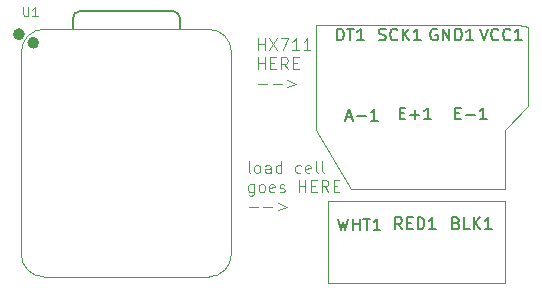
<source format=gbr>
%TF.GenerationSoftware,KiCad,Pcbnew,9.0.2*%
%TF.CreationDate,2025-08-06T07:46:06+01:00*%
%TF.ProjectId,smartpoopbucket,736d6172-7470-46f6-9f70-6275636b6574,rev?*%
%TF.SameCoordinates,Original*%
%TF.FileFunction,Legend,Top*%
%TF.FilePolarity,Positive*%
%FSLAX46Y46*%
G04 Gerber Fmt 4.6, Leading zero omitted, Abs format (unit mm)*
G04 Created by KiCad (PCBNEW 9.0.2) date 2025-08-06 07:46:06*
%MOMM*%
%LPD*%
G01*
G04 APERTURE LIST*
%ADD10C,0.100000*%
%ADD11C,0.150000*%
%ADD12C,0.106680*%
%ADD13C,0.504000*%
%ADD14C,0.127000*%
G04 APERTURE END LIST*
D10*
X55446741Y-34652531D02*
X55351503Y-34604912D01*
X55351503Y-34604912D02*
X55303884Y-34509673D01*
X55303884Y-34509673D02*
X55303884Y-33652531D01*
X55970551Y-34652531D02*
X55875313Y-34604912D01*
X55875313Y-34604912D02*
X55827694Y-34557292D01*
X55827694Y-34557292D02*
X55780075Y-34462054D01*
X55780075Y-34462054D02*
X55780075Y-34176340D01*
X55780075Y-34176340D02*
X55827694Y-34081102D01*
X55827694Y-34081102D02*
X55875313Y-34033483D01*
X55875313Y-34033483D02*
X55970551Y-33985864D01*
X55970551Y-33985864D02*
X56113408Y-33985864D01*
X56113408Y-33985864D02*
X56208646Y-34033483D01*
X56208646Y-34033483D02*
X56256265Y-34081102D01*
X56256265Y-34081102D02*
X56303884Y-34176340D01*
X56303884Y-34176340D02*
X56303884Y-34462054D01*
X56303884Y-34462054D02*
X56256265Y-34557292D01*
X56256265Y-34557292D02*
X56208646Y-34604912D01*
X56208646Y-34604912D02*
X56113408Y-34652531D01*
X56113408Y-34652531D02*
X55970551Y-34652531D01*
X57161027Y-34652531D02*
X57161027Y-34128721D01*
X57161027Y-34128721D02*
X57113408Y-34033483D01*
X57113408Y-34033483D02*
X57018170Y-33985864D01*
X57018170Y-33985864D02*
X56827694Y-33985864D01*
X56827694Y-33985864D02*
X56732456Y-34033483D01*
X57161027Y-34604912D02*
X57065789Y-34652531D01*
X57065789Y-34652531D02*
X56827694Y-34652531D01*
X56827694Y-34652531D02*
X56732456Y-34604912D01*
X56732456Y-34604912D02*
X56684837Y-34509673D01*
X56684837Y-34509673D02*
X56684837Y-34414435D01*
X56684837Y-34414435D02*
X56732456Y-34319197D01*
X56732456Y-34319197D02*
X56827694Y-34271578D01*
X56827694Y-34271578D02*
X57065789Y-34271578D01*
X57065789Y-34271578D02*
X57161027Y-34223959D01*
X58065789Y-34652531D02*
X58065789Y-33652531D01*
X58065789Y-34604912D02*
X57970551Y-34652531D01*
X57970551Y-34652531D02*
X57780075Y-34652531D01*
X57780075Y-34652531D02*
X57684837Y-34604912D01*
X57684837Y-34604912D02*
X57637218Y-34557292D01*
X57637218Y-34557292D02*
X57589599Y-34462054D01*
X57589599Y-34462054D02*
X57589599Y-34176340D01*
X57589599Y-34176340D02*
X57637218Y-34081102D01*
X57637218Y-34081102D02*
X57684837Y-34033483D01*
X57684837Y-34033483D02*
X57780075Y-33985864D01*
X57780075Y-33985864D02*
X57970551Y-33985864D01*
X57970551Y-33985864D02*
X58065789Y-34033483D01*
X59732456Y-34604912D02*
X59637218Y-34652531D01*
X59637218Y-34652531D02*
X59446742Y-34652531D01*
X59446742Y-34652531D02*
X59351504Y-34604912D01*
X59351504Y-34604912D02*
X59303885Y-34557292D01*
X59303885Y-34557292D02*
X59256266Y-34462054D01*
X59256266Y-34462054D02*
X59256266Y-34176340D01*
X59256266Y-34176340D02*
X59303885Y-34081102D01*
X59303885Y-34081102D02*
X59351504Y-34033483D01*
X59351504Y-34033483D02*
X59446742Y-33985864D01*
X59446742Y-33985864D02*
X59637218Y-33985864D01*
X59637218Y-33985864D02*
X59732456Y-34033483D01*
X60541980Y-34604912D02*
X60446742Y-34652531D01*
X60446742Y-34652531D02*
X60256266Y-34652531D01*
X60256266Y-34652531D02*
X60161028Y-34604912D01*
X60161028Y-34604912D02*
X60113409Y-34509673D01*
X60113409Y-34509673D02*
X60113409Y-34128721D01*
X60113409Y-34128721D02*
X60161028Y-34033483D01*
X60161028Y-34033483D02*
X60256266Y-33985864D01*
X60256266Y-33985864D02*
X60446742Y-33985864D01*
X60446742Y-33985864D02*
X60541980Y-34033483D01*
X60541980Y-34033483D02*
X60589599Y-34128721D01*
X60589599Y-34128721D02*
X60589599Y-34223959D01*
X60589599Y-34223959D02*
X60113409Y-34319197D01*
X61161028Y-34652531D02*
X61065790Y-34604912D01*
X61065790Y-34604912D02*
X61018171Y-34509673D01*
X61018171Y-34509673D02*
X61018171Y-33652531D01*
X61684838Y-34652531D02*
X61589600Y-34604912D01*
X61589600Y-34604912D02*
X61541981Y-34509673D01*
X61541981Y-34509673D02*
X61541981Y-33652531D01*
X55732455Y-35595808D02*
X55732455Y-36405332D01*
X55732455Y-36405332D02*
X55684836Y-36500570D01*
X55684836Y-36500570D02*
X55637217Y-36548189D01*
X55637217Y-36548189D02*
X55541979Y-36595808D01*
X55541979Y-36595808D02*
X55399122Y-36595808D01*
X55399122Y-36595808D02*
X55303884Y-36548189D01*
X55732455Y-36214856D02*
X55637217Y-36262475D01*
X55637217Y-36262475D02*
X55446741Y-36262475D01*
X55446741Y-36262475D02*
X55351503Y-36214856D01*
X55351503Y-36214856D02*
X55303884Y-36167236D01*
X55303884Y-36167236D02*
X55256265Y-36071998D01*
X55256265Y-36071998D02*
X55256265Y-35786284D01*
X55256265Y-35786284D02*
X55303884Y-35691046D01*
X55303884Y-35691046D02*
X55351503Y-35643427D01*
X55351503Y-35643427D02*
X55446741Y-35595808D01*
X55446741Y-35595808D02*
X55637217Y-35595808D01*
X55637217Y-35595808D02*
X55732455Y-35643427D01*
X56351503Y-36262475D02*
X56256265Y-36214856D01*
X56256265Y-36214856D02*
X56208646Y-36167236D01*
X56208646Y-36167236D02*
X56161027Y-36071998D01*
X56161027Y-36071998D02*
X56161027Y-35786284D01*
X56161027Y-35786284D02*
X56208646Y-35691046D01*
X56208646Y-35691046D02*
X56256265Y-35643427D01*
X56256265Y-35643427D02*
X56351503Y-35595808D01*
X56351503Y-35595808D02*
X56494360Y-35595808D01*
X56494360Y-35595808D02*
X56589598Y-35643427D01*
X56589598Y-35643427D02*
X56637217Y-35691046D01*
X56637217Y-35691046D02*
X56684836Y-35786284D01*
X56684836Y-35786284D02*
X56684836Y-36071998D01*
X56684836Y-36071998D02*
X56637217Y-36167236D01*
X56637217Y-36167236D02*
X56589598Y-36214856D01*
X56589598Y-36214856D02*
X56494360Y-36262475D01*
X56494360Y-36262475D02*
X56351503Y-36262475D01*
X57494360Y-36214856D02*
X57399122Y-36262475D01*
X57399122Y-36262475D02*
X57208646Y-36262475D01*
X57208646Y-36262475D02*
X57113408Y-36214856D01*
X57113408Y-36214856D02*
X57065789Y-36119617D01*
X57065789Y-36119617D02*
X57065789Y-35738665D01*
X57065789Y-35738665D02*
X57113408Y-35643427D01*
X57113408Y-35643427D02*
X57208646Y-35595808D01*
X57208646Y-35595808D02*
X57399122Y-35595808D01*
X57399122Y-35595808D02*
X57494360Y-35643427D01*
X57494360Y-35643427D02*
X57541979Y-35738665D01*
X57541979Y-35738665D02*
X57541979Y-35833903D01*
X57541979Y-35833903D02*
X57065789Y-35929141D01*
X57922932Y-36214856D02*
X58018170Y-36262475D01*
X58018170Y-36262475D02*
X58208646Y-36262475D01*
X58208646Y-36262475D02*
X58303884Y-36214856D01*
X58303884Y-36214856D02*
X58351503Y-36119617D01*
X58351503Y-36119617D02*
X58351503Y-36071998D01*
X58351503Y-36071998D02*
X58303884Y-35976760D01*
X58303884Y-35976760D02*
X58208646Y-35929141D01*
X58208646Y-35929141D02*
X58065789Y-35929141D01*
X58065789Y-35929141D02*
X57970551Y-35881522D01*
X57970551Y-35881522D02*
X57922932Y-35786284D01*
X57922932Y-35786284D02*
X57922932Y-35738665D01*
X57922932Y-35738665D02*
X57970551Y-35643427D01*
X57970551Y-35643427D02*
X58065789Y-35595808D01*
X58065789Y-35595808D02*
X58208646Y-35595808D01*
X58208646Y-35595808D02*
X58303884Y-35643427D01*
X59541980Y-36262475D02*
X59541980Y-35262475D01*
X59541980Y-35738665D02*
X60113408Y-35738665D01*
X60113408Y-36262475D02*
X60113408Y-35262475D01*
X60589599Y-35738665D02*
X60922932Y-35738665D01*
X61065789Y-36262475D02*
X60589599Y-36262475D01*
X60589599Y-36262475D02*
X60589599Y-35262475D01*
X60589599Y-35262475D02*
X61065789Y-35262475D01*
X62065789Y-36262475D02*
X61732456Y-35786284D01*
X61494361Y-36262475D02*
X61494361Y-35262475D01*
X61494361Y-35262475D02*
X61875313Y-35262475D01*
X61875313Y-35262475D02*
X61970551Y-35310094D01*
X61970551Y-35310094D02*
X62018170Y-35357713D01*
X62018170Y-35357713D02*
X62065789Y-35452951D01*
X62065789Y-35452951D02*
X62065789Y-35595808D01*
X62065789Y-35595808D02*
X62018170Y-35691046D01*
X62018170Y-35691046D02*
X61970551Y-35738665D01*
X61970551Y-35738665D02*
X61875313Y-35786284D01*
X61875313Y-35786284D02*
X61494361Y-35786284D01*
X62494361Y-35738665D02*
X62827694Y-35738665D01*
X62970551Y-36262475D02*
X62494361Y-36262475D01*
X62494361Y-36262475D02*
X62494361Y-35262475D01*
X62494361Y-35262475D02*
X62970551Y-35262475D01*
X55303884Y-37491466D02*
X56065789Y-37491466D01*
X56541979Y-37491466D02*
X57303884Y-37491466D01*
X57780074Y-37205752D02*
X58541979Y-37491466D01*
X58541979Y-37491466D02*
X57780074Y-37777180D01*
X56103884Y-24252531D02*
X56103884Y-23252531D01*
X56103884Y-23728721D02*
X56675312Y-23728721D01*
X56675312Y-24252531D02*
X56675312Y-23252531D01*
X57056265Y-23252531D02*
X57722931Y-24252531D01*
X57722931Y-23252531D02*
X57056265Y-24252531D01*
X58008646Y-23252531D02*
X58675312Y-23252531D01*
X58675312Y-23252531D02*
X58246741Y-24252531D01*
X59580074Y-24252531D02*
X59008646Y-24252531D01*
X59294360Y-24252531D02*
X59294360Y-23252531D01*
X59294360Y-23252531D02*
X59199122Y-23395388D01*
X59199122Y-23395388D02*
X59103884Y-23490626D01*
X59103884Y-23490626D02*
X59008646Y-23538245D01*
X60532455Y-24252531D02*
X59961027Y-24252531D01*
X60246741Y-24252531D02*
X60246741Y-23252531D01*
X60246741Y-23252531D02*
X60151503Y-23395388D01*
X60151503Y-23395388D02*
X60056265Y-23490626D01*
X60056265Y-23490626D02*
X59961027Y-23538245D01*
X56103884Y-25862475D02*
X56103884Y-24862475D01*
X56103884Y-25338665D02*
X56675312Y-25338665D01*
X56675312Y-25862475D02*
X56675312Y-24862475D01*
X57151503Y-25338665D02*
X57484836Y-25338665D01*
X57627693Y-25862475D02*
X57151503Y-25862475D01*
X57151503Y-25862475D02*
X57151503Y-24862475D01*
X57151503Y-24862475D02*
X57627693Y-24862475D01*
X58627693Y-25862475D02*
X58294360Y-25386284D01*
X58056265Y-25862475D02*
X58056265Y-24862475D01*
X58056265Y-24862475D02*
X58437217Y-24862475D01*
X58437217Y-24862475D02*
X58532455Y-24910094D01*
X58532455Y-24910094D02*
X58580074Y-24957713D01*
X58580074Y-24957713D02*
X58627693Y-25052951D01*
X58627693Y-25052951D02*
X58627693Y-25195808D01*
X58627693Y-25195808D02*
X58580074Y-25291046D01*
X58580074Y-25291046D02*
X58532455Y-25338665D01*
X58532455Y-25338665D02*
X58437217Y-25386284D01*
X58437217Y-25386284D02*
X58056265Y-25386284D01*
X59056265Y-25338665D02*
X59389598Y-25338665D01*
X59532455Y-25862475D02*
X59056265Y-25862475D01*
X59056265Y-25862475D02*
X59056265Y-24862475D01*
X59056265Y-24862475D02*
X59532455Y-24862475D01*
X56103884Y-27091466D02*
X56865789Y-27091466D01*
X57341979Y-27091466D02*
X58103884Y-27091466D01*
X58580074Y-26805752D02*
X59341979Y-27091466D01*
X59341979Y-27091466D02*
X58580074Y-27377180D01*
X79000000Y-22300000D02*
X79000000Y-23000000D01*
X78600000Y-22200000D02*
X79000000Y-22300000D01*
X78100000Y-22100000D02*
X78600000Y-22200000D01*
X61000000Y-22100000D02*
X78100000Y-22100000D01*
X61000000Y-23000000D02*
X61000000Y-22100000D01*
X61000000Y-31000000D02*
X61000000Y-23000000D01*
X79000000Y-29000000D02*
X79000000Y-23000000D01*
X77000000Y-31000000D02*
X79000000Y-29000000D01*
X77000000Y-36000000D02*
X77000000Y-31000000D01*
X64000000Y-36000000D02*
X77000000Y-36000000D01*
X61000000Y-31000000D02*
X64000000Y-36000000D01*
X77000000Y-37000000D02*
X62000000Y-37000000D01*
X77000000Y-44000000D02*
X77000000Y-37000000D01*
X62000000Y-44000000D02*
X77000000Y-44000000D01*
X62000000Y-37000000D02*
X62000000Y-44000000D01*
D11*
X62890476Y-38514819D02*
X63128571Y-39514819D01*
X63128571Y-39514819D02*
X63319047Y-38800533D01*
X63319047Y-38800533D02*
X63509523Y-39514819D01*
X63509523Y-39514819D02*
X63747619Y-38514819D01*
X64128571Y-39514819D02*
X64128571Y-38514819D01*
X64128571Y-38991009D02*
X64699999Y-38991009D01*
X64699999Y-39514819D02*
X64699999Y-38514819D01*
X65033333Y-38514819D02*
X65604761Y-38514819D01*
X65319047Y-39514819D02*
X65319047Y-38514819D01*
X66461904Y-39514819D02*
X65890476Y-39514819D01*
X66176190Y-39514819D02*
X66176190Y-38514819D01*
X66176190Y-38514819D02*
X66080952Y-38657676D01*
X66080952Y-38657676D02*
X65985714Y-38752914D01*
X65985714Y-38752914D02*
X65890476Y-38800533D01*
X68280952Y-39414819D02*
X67947619Y-38938628D01*
X67709524Y-39414819D02*
X67709524Y-38414819D01*
X67709524Y-38414819D02*
X68090476Y-38414819D01*
X68090476Y-38414819D02*
X68185714Y-38462438D01*
X68185714Y-38462438D02*
X68233333Y-38510057D01*
X68233333Y-38510057D02*
X68280952Y-38605295D01*
X68280952Y-38605295D02*
X68280952Y-38748152D01*
X68280952Y-38748152D02*
X68233333Y-38843390D01*
X68233333Y-38843390D02*
X68185714Y-38891009D01*
X68185714Y-38891009D02*
X68090476Y-38938628D01*
X68090476Y-38938628D02*
X67709524Y-38938628D01*
X68709524Y-38891009D02*
X69042857Y-38891009D01*
X69185714Y-39414819D02*
X68709524Y-39414819D01*
X68709524Y-39414819D02*
X68709524Y-38414819D01*
X68709524Y-38414819D02*
X69185714Y-38414819D01*
X69614286Y-39414819D02*
X69614286Y-38414819D01*
X69614286Y-38414819D02*
X69852381Y-38414819D01*
X69852381Y-38414819D02*
X69995238Y-38462438D01*
X69995238Y-38462438D02*
X70090476Y-38557676D01*
X70090476Y-38557676D02*
X70138095Y-38652914D01*
X70138095Y-38652914D02*
X70185714Y-38843390D01*
X70185714Y-38843390D02*
X70185714Y-38986247D01*
X70185714Y-38986247D02*
X70138095Y-39176723D01*
X70138095Y-39176723D02*
X70090476Y-39271961D01*
X70090476Y-39271961D02*
X69995238Y-39367200D01*
X69995238Y-39367200D02*
X69852381Y-39414819D01*
X69852381Y-39414819D02*
X69614286Y-39414819D01*
X71138095Y-39414819D02*
X70566667Y-39414819D01*
X70852381Y-39414819D02*
X70852381Y-38414819D01*
X70852381Y-38414819D02*
X70757143Y-38557676D01*
X70757143Y-38557676D02*
X70661905Y-38652914D01*
X70661905Y-38652914D02*
X70566667Y-38700533D01*
X72890476Y-38891009D02*
X73033333Y-38938628D01*
X73033333Y-38938628D02*
X73080952Y-38986247D01*
X73080952Y-38986247D02*
X73128571Y-39081485D01*
X73128571Y-39081485D02*
X73128571Y-39224342D01*
X73128571Y-39224342D02*
X73080952Y-39319580D01*
X73080952Y-39319580D02*
X73033333Y-39367200D01*
X73033333Y-39367200D02*
X72938095Y-39414819D01*
X72938095Y-39414819D02*
X72557143Y-39414819D01*
X72557143Y-39414819D02*
X72557143Y-38414819D01*
X72557143Y-38414819D02*
X72890476Y-38414819D01*
X72890476Y-38414819D02*
X72985714Y-38462438D01*
X72985714Y-38462438D02*
X73033333Y-38510057D01*
X73033333Y-38510057D02*
X73080952Y-38605295D01*
X73080952Y-38605295D02*
X73080952Y-38700533D01*
X73080952Y-38700533D02*
X73033333Y-38795771D01*
X73033333Y-38795771D02*
X72985714Y-38843390D01*
X72985714Y-38843390D02*
X72890476Y-38891009D01*
X72890476Y-38891009D02*
X72557143Y-38891009D01*
X74033333Y-39414819D02*
X73557143Y-39414819D01*
X73557143Y-39414819D02*
X73557143Y-38414819D01*
X74366667Y-39414819D02*
X74366667Y-38414819D01*
X74938095Y-39414819D02*
X74509524Y-38843390D01*
X74938095Y-38414819D02*
X74366667Y-38986247D01*
X75890476Y-39414819D02*
X75319048Y-39414819D01*
X75604762Y-39414819D02*
X75604762Y-38414819D01*
X75604762Y-38414819D02*
X75509524Y-38557676D01*
X75509524Y-38557676D02*
X75414286Y-38652914D01*
X75414286Y-38652914D02*
X75319048Y-38700533D01*
X74890476Y-22414819D02*
X75223809Y-23414819D01*
X75223809Y-23414819D02*
X75557142Y-22414819D01*
X76461904Y-23319580D02*
X76414285Y-23367200D01*
X76414285Y-23367200D02*
X76271428Y-23414819D01*
X76271428Y-23414819D02*
X76176190Y-23414819D01*
X76176190Y-23414819D02*
X76033333Y-23367200D01*
X76033333Y-23367200D02*
X75938095Y-23271961D01*
X75938095Y-23271961D02*
X75890476Y-23176723D01*
X75890476Y-23176723D02*
X75842857Y-22986247D01*
X75842857Y-22986247D02*
X75842857Y-22843390D01*
X75842857Y-22843390D02*
X75890476Y-22652914D01*
X75890476Y-22652914D02*
X75938095Y-22557676D01*
X75938095Y-22557676D02*
X76033333Y-22462438D01*
X76033333Y-22462438D02*
X76176190Y-22414819D01*
X76176190Y-22414819D02*
X76271428Y-22414819D01*
X76271428Y-22414819D02*
X76414285Y-22462438D01*
X76414285Y-22462438D02*
X76461904Y-22510057D01*
X77461904Y-23319580D02*
X77414285Y-23367200D01*
X77414285Y-23367200D02*
X77271428Y-23414819D01*
X77271428Y-23414819D02*
X77176190Y-23414819D01*
X77176190Y-23414819D02*
X77033333Y-23367200D01*
X77033333Y-23367200D02*
X76938095Y-23271961D01*
X76938095Y-23271961D02*
X76890476Y-23176723D01*
X76890476Y-23176723D02*
X76842857Y-22986247D01*
X76842857Y-22986247D02*
X76842857Y-22843390D01*
X76842857Y-22843390D02*
X76890476Y-22652914D01*
X76890476Y-22652914D02*
X76938095Y-22557676D01*
X76938095Y-22557676D02*
X77033333Y-22462438D01*
X77033333Y-22462438D02*
X77176190Y-22414819D01*
X77176190Y-22414819D02*
X77271428Y-22414819D01*
X77271428Y-22414819D02*
X77414285Y-22462438D01*
X77414285Y-22462438D02*
X77461904Y-22510057D01*
X78414285Y-23414819D02*
X77842857Y-23414819D01*
X78128571Y-23414819D02*
X78128571Y-22414819D01*
X78128571Y-22414819D02*
X78033333Y-22557676D01*
X78033333Y-22557676D02*
X77938095Y-22652914D01*
X77938095Y-22652914D02*
X77842857Y-22700533D01*
X66338095Y-23367200D02*
X66480952Y-23414819D01*
X66480952Y-23414819D02*
X66719047Y-23414819D01*
X66719047Y-23414819D02*
X66814285Y-23367200D01*
X66814285Y-23367200D02*
X66861904Y-23319580D01*
X66861904Y-23319580D02*
X66909523Y-23224342D01*
X66909523Y-23224342D02*
X66909523Y-23129104D01*
X66909523Y-23129104D02*
X66861904Y-23033866D01*
X66861904Y-23033866D02*
X66814285Y-22986247D01*
X66814285Y-22986247D02*
X66719047Y-22938628D01*
X66719047Y-22938628D02*
X66528571Y-22891009D01*
X66528571Y-22891009D02*
X66433333Y-22843390D01*
X66433333Y-22843390D02*
X66385714Y-22795771D01*
X66385714Y-22795771D02*
X66338095Y-22700533D01*
X66338095Y-22700533D02*
X66338095Y-22605295D01*
X66338095Y-22605295D02*
X66385714Y-22510057D01*
X66385714Y-22510057D02*
X66433333Y-22462438D01*
X66433333Y-22462438D02*
X66528571Y-22414819D01*
X66528571Y-22414819D02*
X66766666Y-22414819D01*
X66766666Y-22414819D02*
X66909523Y-22462438D01*
X67909523Y-23319580D02*
X67861904Y-23367200D01*
X67861904Y-23367200D02*
X67719047Y-23414819D01*
X67719047Y-23414819D02*
X67623809Y-23414819D01*
X67623809Y-23414819D02*
X67480952Y-23367200D01*
X67480952Y-23367200D02*
X67385714Y-23271961D01*
X67385714Y-23271961D02*
X67338095Y-23176723D01*
X67338095Y-23176723D02*
X67290476Y-22986247D01*
X67290476Y-22986247D02*
X67290476Y-22843390D01*
X67290476Y-22843390D02*
X67338095Y-22652914D01*
X67338095Y-22652914D02*
X67385714Y-22557676D01*
X67385714Y-22557676D02*
X67480952Y-22462438D01*
X67480952Y-22462438D02*
X67623809Y-22414819D01*
X67623809Y-22414819D02*
X67719047Y-22414819D01*
X67719047Y-22414819D02*
X67861904Y-22462438D01*
X67861904Y-22462438D02*
X67909523Y-22510057D01*
X68338095Y-23414819D02*
X68338095Y-22414819D01*
X68909523Y-23414819D02*
X68480952Y-22843390D01*
X68909523Y-22414819D02*
X68338095Y-22986247D01*
X69861904Y-23414819D02*
X69290476Y-23414819D01*
X69576190Y-23414819D02*
X69576190Y-22414819D01*
X69576190Y-22414819D02*
X69480952Y-22557676D01*
X69480952Y-22557676D02*
X69385714Y-22652914D01*
X69385714Y-22652914D02*
X69290476Y-22700533D01*
X71261904Y-22462438D02*
X71166666Y-22414819D01*
X71166666Y-22414819D02*
X71023809Y-22414819D01*
X71023809Y-22414819D02*
X70880952Y-22462438D01*
X70880952Y-22462438D02*
X70785714Y-22557676D01*
X70785714Y-22557676D02*
X70738095Y-22652914D01*
X70738095Y-22652914D02*
X70690476Y-22843390D01*
X70690476Y-22843390D02*
X70690476Y-22986247D01*
X70690476Y-22986247D02*
X70738095Y-23176723D01*
X70738095Y-23176723D02*
X70785714Y-23271961D01*
X70785714Y-23271961D02*
X70880952Y-23367200D01*
X70880952Y-23367200D02*
X71023809Y-23414819D01*
X71023809Y-23414819D02*
X71119047Y-23414819D01*
X71119047Y-23414819D02*
X71261904Y-23367200D01*
X71261904Y-23367200D02*
X71309523Y-23319580D01*
X71309523Y-23319580D02*
X71309523Y-22986247D01*
X71309523Y-22986247D02*
X71119047Y-22986247D01*
X71738095Y-23414819D02*
X71738095Y-22414819D01*
X71738095Y-22414819D02*
X72309523Y-23414819D01*
X72309523Y-23414819D02*
X72309523Y-22414819D01*
X72785714Y-23414819D02*
X72785714Y-22414819D01*
X72785714Y-22414819D02*
X73023809Y-22414819D01*
X73023809Y-22414819D02*
X73166666Y-22462438D01*
X73166666Y-22462438D02*
X73261904Y-22557676D01*
X73261904Y-22557676D02*
X73309523Y-22652914D01*
X73309523Y-22652914D02*
X73357142Y-22843390D01*
X73357142Y-22843390D02*
X73357142Y-22986247D01*
X73357142Y-22986247D02*
X73309523Y-23176723D01*
X73309523Y-23176723D02*
X73261904Y-23271961D01*
X73261904Y-23271961D02*
X73166666Y-23367200D01*
X73166666Y-23367200D02*
X73023809Y-23414819D01*
X73023809Y-23414819D02*
X72785714Y-23414819D01*
X74309523Y-23414819D02*
X73738095Y-23414819D01*
X74023809Y-23414819D02*
X74023809Y-22414819D01*
X74023809Y-22414819D02*
X73928571Y-22557676D01*
X73928571Y-22557676D02*
X73833333Y-22652914D01*
X73833333Y-22652914D02*
X73738095Y-22700533D01*
X72790476Y-29591009D02*
X73123809Y-29591009D01*
X73266666Y-30114819D02*
X72790476Y-30114819D01*
X72790476Y-30114819D02*
X72790476Y-29114819D01*
X72790476Y-29114819D02*
X73266666Y-29114819D01*
X73695238Y-29733866D02*
X74457143Y-29733866D01*
X75457142Y-30114819D02*
X74885714Y-30114819D01*
X75171428Y-30114819D02*
X75171428Y-29114819D01*
X75171428Y-29114819D02*
X75076190Y-29257676D01*
X75076190Y-29257676D02*
X74980952Y-29352914D01*
X74980952Y-29352914D02*
X74885714Y-29400533D01*
X68090476Y-29591009D02*
X68423809Y-29591009D01*
X68566666Y-30114819D02*
X68090476Y-30114819D01*
X68090476Y-30114819D02*
X68090476Y-29114819D01*
X68090476Y-29114819D02*
X68566666Y-29114819D01*
X68995238Y-29733866D02*
X69757143Y-29733866D01*
X69376190Y-30114819D02*
X69376190Y-29352914D01*
X70757142Y-30114819D02*
X70185714Y-30114819D01*
X70471428Y-30114819D02*
X70471428Y-29114819D01*
X70471428Y-29114819D02*
X70376190Y-29257676D01*
X70376190Y-29257676D02*
X70280952Y-29352914D01*
X70280952Y-29352914D02*
X70185714Y-29400533D01*
X62780952Y-23414819D02*
X62780952Y-22414819D01*
X62780952Y-22414819D02*
X63019047Y-22414819D01*
X63019047Y-22414819D02*
X63161904Y-22462438D01*
X63161904Y-22462438D02*
X63257142Y-22557676D01*
X63257142Y-22557676D02*
X63304761Y-22652914D01*
X63304761Y-22652914D02*
X63352380Y-22843390D01*
X63352380Y-22843390D02*
X63352380Y-22986247D01*
X63352380Y-22986247D02*
X63304761Y-23176723D01*
X63304761Y-23176723D02*
X63257142Y-23271961D01*
X63257142Y-23271961D02*
X63161904Y-23367200D01*
X63161904Y-23367200D02*
X63019047Y-23414819D01*
X63019047Y-23414819D02*
X62780952Y-23414819D01*
X63638095Y-22414819D02*
X64209523Y-22414819D01*
X63923809Y-23414819D02*
X63923809Y-22414819D01*
X65066666Y-23414819D02*
X64495238Y-23414819D01*
X64780952Y-23414819D02*
X64780952Y-22414819D01*
X64780952Y-22414819D02*
X64685714Y-22557676D01*
X64685714Y-22557676D02*
X64590476Y-22652914D01*
X64590476Y-22652914D02*
X64495238Y-22700533D01*
X63566667Y-29929104D02*
X64042857Y-29929104D01*
X63471429Y-30214819D02*
X63804762Y-29214819D01*
X63804762Y-29214819D02*
X64138095Y-30214819D01*
X64471429Y-29833866D02*
X65233334Y-29833866D01*
X66233333Y-30214819D02*
X65661905Y-30214819D01*
X65947619Y-30214819D02*
X65947619Y-29214819D01*
X65947619Y-29214819D02*
X65852381Y-29357676D01*
X65852381Y-29357676D02*
X65757143Y-29452914D01*
X65757143Y-29452914D02*
X65661905Y-29500533D01*
D12*
X36217814Y-20589391D02*
X36217814Y-21222698D01*
X36217814Y-21222698D02*
X36255068Y-21297204D01*
X36255068Y-21297204D02*
X36292321Y-21334458D01*
X36292321Y-21334458D02*
X36366828Y-21371711D01*
X36366828Y-21371711D02*
X36515841Y-21371711D01*
X36515841Y-21371711D02*
X36590348Y-21334458D01*
X36590348Y-21334458D02*
X36627601Y-21297204D01*
X36627601Y-21297204D02*
X36664854Y-21222698D01*
X36664854Y-21222698D02*
X36664854Y-20589391D01*
X37447174Y-21371711D02*
X37000134Y-21371711D01*
X37223654Y-21371711D02*
X37223654Y-20589391D01*
X37223654Y-20589391D02*
X37149147Y-20701151D01*
X37149147Y-20701151D02*
X37074641Y-20775658D01*
X37074641Y-20775658D02*
X37000134Y-20812911D01*
%TO.C,U1*%
D13*
X37324000Y-23622000D02*
G75*
G02*
X36820000Y-23622000I-252000J0D01*
G01*
X36820000Y-23622000D02*
G75*
G02*
X37324000Y-23622000I252000J0D01*
G01*
X36107000Y-22899000D02*
G75*
G02*
X35603000Y-22899000I-252000J0D01*
G01*
X35603000Y-22899000D02*
G75*
G02*
X36107000Y-22899000I252000J0D01*
G01*
D10*
X53845000Y-41533000D02*
G75*
G02*
X51940000Y-43438006I-1905006J0D01*
G01*
X51940000Y-22483000D02*
G75*
G02*
X53844994Y-24388000I-6J-1905000D01*
G01*
D14*
X48959000Y-20973000D02*
G75*
G02*
X49458994Y-21473000I-6J-500000D01*
G01*
X40463728Y-21472728D02*
G75*
G02*
X40963728Y-20973001I500018J-291D01*
G01*
D10*
X37970000Y-43438000D02*
G75*
G02*
X36065000Y-41533000I1J1905001D01*
G01*
X36065000Y-24384000D02*
G75*
G02*
X37970000Y-22479000I1905001J-1D01*
G01*
X53845000Y-41533000D02*
X53845000Y-24388000D01*
X51940000Y-22483000D02*
X37970000Y-22483000D01*
D14*
X49459000Y-21473000D02*
X49459000Y-22483000D01*
X40963728Y-20973000D02*
X48959000Y-20973000D01*
X40460000Y-22483000D02*
X40463728Y-21472728D01*
D10*
X37970000Y-43438000D02*
X51940000Y-43438000D01*
X36065000Y-41533000D02*
X36065000Y-24388000D01*
%TD*%
M02*

</source>
